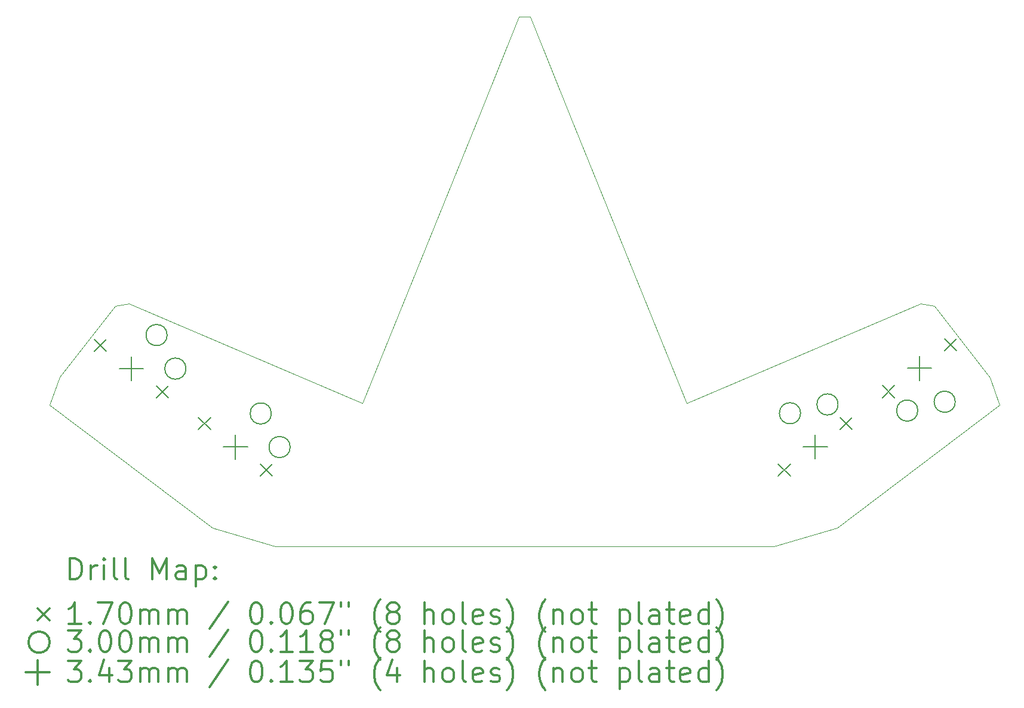
<source format=gbr>
%FSLAX45Y45*%
G04 Gerber Fmt 4.5, Leading zero omitted, Abs format (unit mm)*
G04 Created by KiCad (PCBNEW (5.1.4)-1) date 2024-04-24 20:57:03*
%MOMM*%
%LPD*%
G04 APERTURE LIST*
%ADD10C,0.050000*%
%ADD11C,0.200000*%
%ADD12C,0.300000*%
G04 APERTURE END LIST*
D10*
X17550877Y-658825D02*
X20865396Y760317D01*
X17550877Y-658825D02*
X15900876Y3421175D01*
X21849504Y-287313D02*
X21988295Y-684223D01*
X19682407Y-2424763D02*
X21988295Y-684223D01*
X8517683Y-682819D02*
X10823571Y-2423360D01*
X18780877Y-2688825D02*
X19682407Y-2424763D01*
X15900876Y3421175D02*
X15330876Y4831175D01*
X11710876Y-2688825D02*
X18780877Y-2688825D01*
X12950876Y-658825D02*
X9640583Y761721D01*
X12950876Y-658825D02*
X14600876Y3421175D01*
X11710876Y-2688825D02*
X10823571Y-2423360D01*
X14600876Y3421175D02*
X15170876Y4831175D01*
X15330876Y4831175D02*
X15170876Y4831175D01*
X21849504Y-287313D02*
X21064224Y722010D01*
X9640583Y761721D02*
X9441755Y723414D01*
X8656474Y-285910D02*
X8517683Y-682819D01*
X20865396Y760317D02*
X21064224Y722010D01*
X8656474Y-285910D02*
X9441755Y723414D01*
D11*
X11504886Y-1522032D02*
X11675066Y-1692212D01*
X11675066Y-1522032D02*
X11504886Y-1692212D01*
X20324639Y-405414D02*
X20494819Y-575594D01*
X20494819Y-405414D02*
X20324639Y-575594D01*
X21203138Y256582D02*
X21373318Y86402D01*
X21373318Y256582D02*
X21203138Y86402D01*
X18847164Y-1518772D02*
X19017344Y-1688952D01*
X19017344Y-1518772D02*
X18847164Y-1688952D01*
X19725663Y-856776D02*
X19895843Y-1026956D01*
X19895843Y-856776D02*
X19725663Y-1026956D01*
X9148911Y253322D02*
X9319091Y83142D01*
X9319091Y253322D02*
X9148911Y83142D01*
X10027410Y-408675D02*
X10197590Y-578855D01*
X10197590Y-408675D02*
X10027410Y-578855D01*
X10626387Y-860036D02*
X10796567Y-1030216D01*
X10796567Y-860036D02*
X10626387Y-1030216D01*
X20825342Y-759902D02*
G75*
G03X20825342Y-759902I-150000J0D01*
G01*
X21357059Y-634694D02*
G75*
G03X21357059Y-634694I-150000J0D01*
G01*
X19163423Y-797676D02*
G75*
G03X19163423Y-797676I-150000J0D01*
G01*
X19695140Y-672468D02*
G75*
G03X19695140Y-672468I-150000J0D01*
G01*
X10181331Y312422D02*
G75*
G03X10181331Y312422I-150000J0D01*
G01*
X10448249Y-164186D02*
G75*
G03X10448249Y-164186I-150000J0D01*
G01*
X11658806Y-800936D02*
G75*
G03X11658806Y-800936I-150000J0D01*
G01*
X11925725Y-1277543D02*
G75*
G03X11925725Y-1277543I-150000J0D01*
G01*
X20848979Y11944D02*
X20848979Y-330956D01*
X20677529Y-159506D02*
X21020429Y-159506D01*
X19371503Y-1101414D02*
X19371503Y-1444314D01*
X19200053Y-1272864D02*
X19542953Y-1272864D01*
X9673251Y8684D02*
X9673251Y-334216D01*
X9501801Y-162766D02*
X9844701Y-162766D01*
X11150726Y-1104674D02*
X11150726Y-1447574D01*
X10979276Y-1276124D02*
X11322176Y-1276124D01*
D12*
X8801612Y-3157039D02*
X8801612Y-2857039D01*
X8873040Y-2857039D01*
X8915897Y-2871325D01*
X8944469Y-2899896D01*
X8958754Y-2928468D01*
X8973040Y-2985611D01*
X8973040Y-3028468D01*
X8958754Y-3085611D01*
X8944469Y-3114182D01*
X8915897Y-3142753D01*
X8873040Y-3157039D01*
X8801612Y-3157039D01*
X9101612Y-3157039D02*
X9101612Y-2957039D01*
X9101612Y-3014182D02*
X9115897Y-2985611D01*
X9130183Y-2971325D01*
X9158754Y-2957039D01*
X9187326Y-2957039D01*
X9287326Y-3157039D02*
X9287326Y-2957039D01*
X9287326Y-2857039D02*
X9273040Y-2871325D01*
X9287326Y-2885611D01*
X9301612Y-2871325D01*
X9287326Y-2857039D01*
X9287326Y-2885611D01*
X9473040Y-3157039D02*
X9444469Y-3142753D01*
X9430183Y-3114182D01*
X9430183Y-2857039D01*
X9630183Y-3157039D02*
X9601612Y-3142753D01*
X9587326Y-3114182D01*
X9587326Y-2857039D01*
X9973040Y-3157039D02*
X9973040Y-2857039D01*
X10073040Y-3071325D01*
X10173040Y-2857039D01*
X10173040Y-3157039D01*
X10444469Y-3157039D02*
X10444469Y-2999896D01*
X10430183Y-2971325D01*
X10401612Y-2957039D01*
X10344469Y-2957039D01*
X10315897Y-2971325D01*
X10444469Y-3142753D02*
X10415897Y-3157039D01*
X10344469Y-3157039D01*
X10315897Y-3142753D01*
X10301612Y-3114182D01*
X10301612Y-3085611D01*
X10315897Y-3057039D01*
X10344469Y-3042753D01*
X10415897Y-3042753D01*
X10444469Y-3028468D01*
X10587326Y-2957039D02*
X10587326Y-3257039D01*
X10587326Y-2971325D02*
X10615897Y-2957039D01*
X10673040Y-2957039D01*
X10701612Y-2971325D01*
X10715897Y-2985611D01*
X10730183Y-3014182D01*
X10730183Y-3099896D01*
X10715897Y-3128468D01*
X10701612Y-3142753D01*
X10673040Y-3157039D01*
X10615897Y-3157039D01*
X10587326Y-3142753D01*
X10858754Y-3128468D02*
X10873040Y-3142753D01*
X10858754Y-3157039D01*
X10844469Y-3142753D01*
X10858754Y-3128468D01*
X10858754Y-3157039D01*
X10858754Y-2971325D02*
X10873040Y-2985611D01*
X10858754Y-2999896D01*
X10844469Y-2985611D01*
X10858754Y-2971325D01*
X10858754Y-2999896D01*
X8345003Y-3566235D02*
X8515183Y-3736415D01*
X8515183Y-3566235D02*
X8345003Y-3736415D01*
X8958754Y-3787039D02*
X8787326Y-3787039D01*
X8873040Y-3787039D02*
X8873040Y-3487039D01*
X8844469Y-3529896D01*
X8815897Y-3558468D01*
X8787326Y-3572753D01*
X9087326Y-3758468D02*
X9101612Y-3772753D01*
X9087326Y-3787039D01*
X9073040Y-3772753D01*
X9087326Y-3758468D01*
X9087326Y-3787039D01*
X9201612Y-3487039D02*
X9401612Y-3487039D01*
X9273040Y-3787039D01*
X9573040Y-3487039D02*
X9601612Y-3487039D01*
X9630183Y-3501325D01*
X9644469Y-3515611D01*
X9658754Y-3544182D01*
X9673040Y-3601325D01*
X9673040Y-3672753D01*
X9658754Y-3729896D01*
X9644469Y-3758468D01*
X9630183Y-3772753D01*
X9601612Y-3787039D01*
X9573040Y-3787039D01*
X9544469Y-3772753D01*
X9530183Y-3758468D01*
X9515897Y-3729896D01*
X9501612Y-3672753D01*
X9501612Y-3601325D01*
X9515897Y-3544182D01*
X9530183Y-3515611D01*
X9544469Y-3501325D01*
X9573040Y-3487039D01*
X9801612Y-3787039D02*
X9801612Y-3587039D01*
X9801612Y-3615611D02*
X9815897Y-3601325D01*
X9844469Y-3587039D01*
X9887326Y-3587039D01*
X9915897Y-3601325D01*
X9930183Y-3629896D01*
X9930183Y-3787039D01*
X9930183Y-3629896D02*
X9944469Y-3601325D01*
X9973040Y-3587039D01*
X10015897Y-3587039D01*
X10044469Y-3601325D01*
X10058754Y-3629896D01*
X10058754Y-3787039D01*
X10201612Y-3787039D02*
X10201612Y-3587039D01*
X10201612Y-3615611D02*
X10215897Y-3601325D01*
X10244469Y-3587039D01*
X10287326Y-3587039D01*
X10315897Y-3601325D01*
X10330183Y-3629896D01*
X10330183Y-3787039D01*
X10330183Y-3629896D02*
X10344469Y-3601325D01*
X10373040Y-3587039D01*
X10415897Y-3587039D01*
X10444469Y-3601325D01*
X10458754Y-3629896D01*
X10458754Y-3787039D01*
X11044469Y-3472753D02*
X10787326Y-3858468D01*
X11430183Y-3487039D02*
X11458754Y-3487039D01*
X11487326Y-3501325D01*
X11501611Y-3515611D01*
X11515897Y-3544182D01*
X11530183Y-3601325D01*
X11530183Y-3672753D01*
X11515897Y-3729896D01*
X11501611Y-3758468D01*
X11487326Y-3772753D01*
X11458754Y-3787039D01*
X11430183Y-3787039D01*
X11401611Y-3772753D01*
X11387326Y-3758468D01*
X11373040Y-3729896D01*
X11358754Y-3672753D01*
X11358754Y-3601325D01*
X11373040Y-3544182D01*
X11387326Y-3515611D01*
X11401611Y-3501325D01*
X11430183Y-3487039D01*
X11658754Y-3758468D02*
X11673040Y-3772753D01*
X11658754Y-3787039D01*
X11644469Y-3772753D01*
X11658754Y-3758468D01*
X11658754Y-3787039D01*
X11858754Y-3487039D02*
X11887326Y-3487039D01*
X11915897Y-3501325D01*
X11930183Y-3515611D01*
X11944469Y-3544182D01*
X11958754Y-3601325D01*
X11958754Y-3672753D01*
X11944469Y-3729896D01*
X11930183Y-3758468D01*
X11915897Y-3772753D01*
X11887326Y-3787039D01*
X11858754Y-3787039D01*
X11830183Y-3772753D01*
X11815897Y-3758468D01*
X11801611Y-3729896D01*
X11787326Y-3672753D01*
X11787326Y-3601325D01*
X11801611Y-3544182D01*
X11815897Y-3515611D01*
X11830183Y-3501325D01*
X11858754Y-3487039D01*
X12215897Y-3487039D02*
X12158754Y-3487039D01*
X12130183Y-3501325D01*
X12115897Y-3515611D01*
X12087326Y-3558468D01*
X12073040Y-3615611D01*
X12073040Y-3729896D01*
X12087326Y-3758468D01*
X12101611Y-3772753D01*
X12130183Y-3787039D01*
X12187326Y-3787039D01*
X12215897Y-3772753D01*
X12230183Y-3758468D01*
X12244469Y-3729896D01*
X12244469Y-3658468D01*
X12230183Y-3629896D01*
X12215897Y-3615611D01*
X12187326Y-3601325D01*
X12130183Y-3601325D01*
X12101611Y-3615611D01*
X12087326Y-3629896D01*
X12073040Y-3658468D01*
X12344469Y-3487039D02*
X12544469Y-3487039D01*
X12415897Y-3787039D01*
X12644469Y-3487039D02*
X12644469Y-3544182D01*
X12758754Y-3487039D02*
X12758754Y-3544182D01*
X13201611Y-3901325D02*
X13187326Y-3887039D01*
X13158754Y-3844182D01*
X13144469Y-3815611D01*
X13130183Y-3772753D01*
X13115897Y-3701325D01*
X13115897Y-3644182D01*
X13130183Y-3572753D01*
X13144469Y-3529896D01*
X13158754Y-3501325D01*
X13187326Y-3458468D01*
X13201611Y-3444182D01*
X13358754Y-3615611D02*
X13330183Y-3601325D01*
X13315897Y-3587039D01*
X13301611Y-3558468D01*
X13301611Y-3544182D01*
X13315897Y-3515611D01*
X13330183Y-3501325D01*
X13358754Y-3487039D01*
X13415897Y-3487039D01*
X13444469Y-3501325D01*
X13458754Y-3515611D01*
X13473040Y-3544182D01*
X13473040Y-3558468D01*
X13458754Y-3587039D01*
X13444469Y-3601325D01*
X13415897Y-3615611D01*
X13358754Y-3615611D01*
X13330183Y-3629896D01*
X13315897Y-3644182D01*
X13301611Y-3672753D01*
X13301611Y-3729896D01*
X13315897Y-3758468D01*
X13330183Y-3772753D01*
X13358754Y-3787039D01*
X13415897Y-3787039D01*
X13444469Y-3772753D01*
X13458754Y-3758468D01*
X13473040Y-3729896D01*
X13473040Y-3672753D01*
X13458754Y-3644182D01*
X13444469Y-3629896D01*
X13415897Y-3615611D01*
X13830183Y-3787039D02*
X13830183Y-3487039D01*
X13958754Y-3787039D02*
X13958754Y-3629896D01*
X13944469Y-3601325D01*
X13915897Y-3587039D01*
X13873040Y-3587039D01*
X13844469Y-3601325D01*
X13830183Y-3615611D01*
X14144469Y-3787039D02*
X14115897Y-3772753D01*
X14101611Y-3758468D01*
X14087326Y-3729896D01*
X14087326Y-3644182D01*
X14101611Y-3615611D01*
X14115897Y-3601325D01*
X14144469Y-3587039D01*
X14187326Y-3587039D01*
X14215897Y-3601325D01*
X14230183Y-3615611D01*
X14244469Y-3644182D01*
X14244469Y-3729896D01*
X14230183Y-3758468D01*
X14215897Y-3772753D01*
X14187326Y-3787039D01*
X14144469Y-3787039D01*
X14415897Y-3787039D02*
X14387326Y-3772753D01*
X14373040Y-3744182D01*
X14373040Y-3487039D01*
X14644469Y-3772753D02*
X14615897Y-3787039D01*
X14558754Y-3787039D01*
X14530183Y-3772753D01*
X14515897Y-3744182D01*
X14515897Y-3629896D01*
X14530183Y-3601325D01*
X14558754Y-3587039D01*
X14615897Y-3587039D01*
X14644469Y-3601325D01*
X14658754Y-3629896D01*
X14658754Y-3658468D01*
X14515897Y-3687039D01*
X14773040Y-3772753D02*
X14801611Y-3787039D01*
X14858754Y-3787039D01*
X14887326Y-3772753D01*
X14901611Y-3744182D01*
X14901611Y-3729896D01*
X14887326Y-3701325D01*
X14858754Y-3687039D01*
X14815897Y-3687039D01*
X14787326Y-3672753D01*
X14773040Y-3644182D01*
X14773040Y-3629896D01*
X14787326Y-3601325D01*
X14815897Y-3587039D01*
X14858754Y-3587039D01*
X14887326Y-3601325D01*
X15001611Y-3901325D02*
X15015897Y-3887039D01*
X15044469Y-3844182D01*
X15058754Y-3815611D01*
X15073040Y-3772753D01*
X15087326Y-3701325D01*
X15087326Y-3644182D01*
X15073040Y-3572753D01*
X15058754Y-3529896D01*
X15044469Y-3501325D01*
X15015897Y-3458468D01*
X15001611Y-3444182D01*
X15544469Y-3901325D02*
X15530183Y-3887039D01*
X15501611Y-3844182D01*
X15487326Y-3815611D01*
X15473040Y-3772753D01*
X15458754Y-3701325D01*
X15458754Y-3644182D01*
X15473040Y-3572753D01*
X15487326Y-3529896D01*
X15501611Y-3501325D01*
X15530183Y-3458468D01*
X15544469Y-3444182D01*
X15658754Y-3587039D02*
X15658754Y-3787039D01*
X15658754Y-3615611D02*
X15673040Y-3601325D01*
X15701611Y-3587039D01*
X15744469Y-3587039D01*
X15773040Y-3601325D01*
X15787326Y-3629896D01*
X15787326Y-3787039D01*
X15973040Y-3787039D02*
X15944469Y-3772753D01*
X15930183Y-3758468D01*
X15915897Y-3729896D01*
X15915897Y-3644182D01*
X15930183Y-3615611D01*
X15944469Y-3601325D01*
X15973040Y-3587039D01*
X16015897Y-3587039D01*
X16044469Y-3601325D01*
X16058754Y-3615611D01*
X16073040Y-3644182D01*
X16073040Y-3729896D01*
X16058754Y-3758468D01*
X16044469Y-3772753D01*
X16015897Y-3787039D01*
X15973040Y-3787039D01*
X16158754Y-3587039D02*
X16273040Y-3587039D01*
X16201611Y-3487039D02*
X16201611Y-3744182D01*
X16215897Y-3772753D01*
X16244469Y-3787039D01*
X16273040Y-3787039D01*
X16601611Y-3587039D02*
X16601611Y-3887039D01*
X16601611Y-3601325D02*
X16630183Y-3587039D01*
X16687326Y-3587039D01*
X16715897Y-3601325D01*
X16730183Y-3615611D01*
X16744469Y-3644182D01*
X16744469Y-3729896D01*
X16730183Y-3758468D01*
X16715897Y-3772753D01*
X16687326Y-3787039D01*
X16630183Y-3787039D01*
X16601611Y-3772753D01*
X16915897Y-3787039D02*
X16887326Y-3772753D01*
X16873040Y-3744182D01*
X16873040Y-3487039D01*
X17158754Y-3787039D02*
X17158754Y-3629896D01*
X17144469Y-3601325D01*
X17115897Y-3587039D01*
X17058754Y-3587039D01*
X17030183Y-3601325D01*
X17158754Y-3772753D02*
X17130183Y-3787039D01*
X17058754Y-3787039D01*
X17030183Y-3772753D01*
X17015897Y-3744182D01*
X17015897Y-3715611D01*
X17030183Y-3687039D01*
X17058754Y-3672753D01*
X17130183Y-3672753D01*
X17158754Y-3658468D01*
X17258754Y-3587039D02*
X17373040Y-3587039D01*
X17301612Y-3487039D02*
X17301612Y-3744182D01*
X17315897Y-3772753D01*
X17344469Y-3787039D01*
X17373040Y-3787039D01*
X17587326Y-3772753D02*
X17558754Y-3787039D01*
X17501612Y-3787039D01*
X17473040Y-3772753D01*
X17458754Y-3744182D01*
X17458754Y-3629896D01*
X17473040Y-3601325D01*
X17501612Y-3587039D01*
X17558754Y-3587039D01*
X17587326Y-3601325D01*
X17601612Y-3629896D01*
X17601612Y-3658468D01*
X17458754Y-3687039D01*
X17858754Y-3787039D02*
X17858754Y-3487039D01*
X17858754Y-3772753D02*
X17830183Y-3787039D01*
X17773040Y-3787039D01*
X17744469Y-3772753D01*
X17730183Y-3758468D01*
X17715897Y-3729896D01*
X17715897Y-3644182D01*
X17730183Y-3615611D01*
X17744469Y-3601325D01*
X17773040Y-3587039D01*
X17830183Y-3587039D01*
X17858754Y-3601325D01*
X17973040Y-3901325D02*
X17987326Y-3887039D01*
X18015897Y-3844182D01*
X18030183Y-3815611D01*
X18044469Y-3772753D01*
X18058754Y-3701325D01*
X18058754Y-3644182D01*
X18044469Y-3572753D01*
X18030183Y-3529896D01*
X18015897Y-3501325D01*
X17987326Y-3458468D01*
X17973040Y-3444182D01*
X8515183Y-4047325D02*
G75*
G03X8515183Y-4047325I-150000J0D01*
G01*
X8773040Y-3883039D02*
X8958754Y-3883039D01*
X8858754Y-3997325D01*
X8901612Y-3997325D01*
X8930183Y-4011611D01*
X8944469Y-4025896D01*
X8958754Y-4054468D01*
X8958754Y-4125896D01*
X8944469Y-4154468D01*
X8930183Y-4168753D01*
X8901612Y-4183039D01*
X8815897Y-4183039D01*
X8787326Y-4168753D01*
X8773040Y-4154468D01*
X9087326Y-4154468D02*
X9101612Y-4168753D01*
X9087326Y-4183039D01*
X9073040Y-4168753D01*
X9087326Y-4154468D01*
X9087326Y-4183039D01*
X9287326Y-3883039D02*
X9315897Y-3883039D01*
X9344469Y-3897325D01*
X9358754Y-3911611D01*
X9373040Y-3940182D01*
X9387326Y-3997325D01*
X9387326Y-4068753D01*
X9373040Y-4125896D01*
X9358754Y-4154468D01*
X9344469Y-4168753D01*
X9315897Y-4183039D01*
X9287326Y-4183039D01*
X9258754Y-4168753D01*
X9244469Y-4154468D01*
X9230183Y-4125896D01*
X9215897Y-4068753D01*
X9215897Y-3997325D01*
X9230183Y-3940182D01*
X9244469Y-3911611D01*
X9258754Y-3897325D01*
X9287326Y-3883039D01*
X9573040Y-3883039D02*
X9601612Y-3883039D01*
X9630183Y-3897325D01*
X9644469Y-3911611D01*
X9658754Y-3940182D01*
X9673040Y-3997325D01*
X9673040Y-4068753D01*
X9658754Y-4125896D01*
X9644469Y-4154468D01*
X9630183Y-4168753D01*
X9601612Y-4183039D01*
X9573040Y-4183039D01*
X9544469Y-4168753D01*
X9530183Y-4154468D01*
X9515897Y-4125896D01*
X9501612Y-4068753D01*
X9501612Y-3997325D01*
X9515897Y-3940182D01*
X9530183Y-3911611D01*
X9544469Y-3897325D01*
X9573040Y-3883039D01*
X9801612Y-4183039D02*
X9801612Y-3983039D01*
X9801612Y-4011611D02*
X9815897Y-3997325D01*
X9844469Y-3983039D01*
X9887326Y-3983039D01*
X9915897Y-3997325D01*
X9930183Y-4025896D01*
X9930183Y-4183039D01*
X9930183Y-4025896D02*
X9944469Y-3997325D01*
X9973040Y-3983039D01*
X10015897Y-3983039D01*
X10044469Y-3997325D01*
X10058754Y-4025896D01*
X10058754Y-4183039D01*
X10201612Y-4183039D02*
X10201612Y-3983039D01*
X10201612Y-4011611D02*
X10215897Y-3997325D01*
X10244469Y-3983039D01*
X10287326Y-3983039D01*
X10315897Y-3997325D01*
X10330183Y-4025896D01*
X10330183Y-4183039D01*
X10330183Y-4025896D02*
X10344469Y-3997325D01*
X10373040Y-3983039D01*
X10415897Y-3983039D01*
X10444469Y-3997325D01*
X10458754Y-4025896D01*
X10458754Y-4183039D01*
X11044469Y-3868753D02*
X10787326Y-4254468D01*
X11430183Y-3883039D02*
X11458754Y-3883039D01*
X11487326Y-3897325D01*
X11501611Y-3911611D01*
X11515897Y-3940182D01*
X11530183Y-3997325D01*
X11530183Y-4068753D01*
X11515897Y-4125896D01*
X11501611Y-4154468D01*
X11487326Y-4168753D01*
X11458754Y-4183039D01*
X11430183Y-4183039D01*
X11401611Y-4168753D01*
X11387326Y-4154468D01*
X11373040Y-4125896D01*
X11358754Y-4068753D01*
X11358754Y-3997325D01*
X11373040Y-3940182D01*
X11387326Y-3911611D01*
X11401611Y-3897325D01*
X11430183Y-3883039D01*
X11658754Y-4154468D02*
X11673040Y-4168753D01*
X11658754Y-4183039D01*
X11644469Y-4168753D01*
X11658754Y-4154468D01*
X11658754Y-4183039D01*
X11958754Y-4183039D02*
X11787326Y-4183039D01*
X11873040Y-4183039D02*
X11873040Y-3883039D01*
X11844469Y-3925896D01*
X11815897Y-3954468D01*
X11787326Y-3968753D01*
X12244469Y-4183039D02*
X12073040Y-4183039D01*
X12158754Y-4183039D02*
X12158754Y-3883039D01*
X12130183Y-3925896D01*
X12101611Y-3954468D01*
X12073040Y-3968753D01*
X12415897Y-4011611D02*
X12387326Y-3997325D01*
X12373040Y-3983039D01*
X12358754Y-3954468D01*
X12358754Y-3940182D01*
X12373040Y-3911611D01*
X12387326Y-3897325D01*
X12415897Y-3883039D01*
X12473040Y-3883039D01*
X12501611Y-3897325D01*
X12515897Y-3911611D01*
X12530183Y-3940182D01*
X12530183Y-3954468D01*
X12515897Y-3983039D01*
X12501611Y-3997325D01*
X12473040Y-4011611D01*
X12415897Y-4011611D01*
X12387326Y-4025896D01*
X12373040Y-4040182D01*
X12358754Y-4068753D01*
X12358754Y-4125896D01*
X12373040Y-4154468D01*
X12387326Y-4168753D01*
X12415897Y-4183039D01*
X12473040Y-4183039D01*
X12501611Y-4168753D01*
X12515897Y-4154468D01*
X12530183Y-4125896D01*
X12530183Y-4068753D01*
X12515897Y-4040182D01*
X12501611Y-4025896D01*
X12473040Y-4011611D01*
X12644469Y-3883039D02*
X12644469Y-3940182D01*
X12758754Y-3883039D02*
X12758754Y-3940182D01*
X13201611Y-4297325D02*
X13187326Y-4283039D01*
X13158754Y-4240182D01*
X13144469Y-4211611D01*
X13130183Y-4168753D01*
X13115897Y-4097325D01*
X13115897Y-4040182D01*
X13130183Y-3968753D01*
X13144469Y-3925896D01*
X13158754Y-3897325D01*
X13187326Y-3854468D01*
X13201611Y-3840182D01*
X13358754Y-4011611D02*
X13330183Y-3997325D01*
X13315897Y-3983039D01*
X13301611Y-3954468D01*
X13301611Y-3940182D01*
X13315897Y-3911611D01*
X13330183Y-3897325D01*
X13358754Y-3883039D01*
X13415897Y-3883039D01*
X13444469Y-3897325D01*
X13458754Y-3911611D01*
X13473040Y-3940182D01*
X13473040Y-3954468D01*
X13458754Y-3983039D01*
X13444469Y-3997325D01*
X13415897Y-4011611D01*
X13358754Y-4011611D01*
X13330183Y-4025896D01*
X13315897Y-4040182D01*
X13301611Y-4068753D01*
X13301611Y-4125896D01*
X13315897Y-4154468D01*
X13330183Y-4168753D01*
X13358754Y-4183039D01*
X13415897Y-4183039D01*
X13444469Y-4168753D01*
X13458754Y-4154468D01*
X13473040Y-4125896D01*
X13473040Y-4068753D01*
X13458754Y-4040182D01*
X13444469Y-4025896D01*
X13415897Y-4011611D01*
X13830183Y-4183039D02*
X13830183Y-3883039D01*
X13958754Y-4183039D02*
X13958754Y-4025896D01*
X13944469Y-3997325D01*
X13915897Y-3983039D01*
X13873040Y-3983039D01*
X13844469Y-3997325D01*
X13830183Y-4011611D01*
X14144469Y-4183039D02*
X14115897Y-4168753D01*
X14101611Y-4154468D01*
X14087326Y-4125896D01*
X14087326Y-4040182D01*
X14101611Y-4011611D01*
X14115897Y-3997325D01*
X14144469Y-3983039D01*
X14187326Y-3983039D01*
X14215897Y-3997325D01*
X14230183Y-4011611D01*
X14244469Y-4040182D01*
X14244469Y-4125896D01*
X14230183Y-4154468D01*
X14215897Y-4168753D01*
X14187326Y-4183039D01*
X14144469Y-4183039D01*
X14415897Y-4183039D02*
X14387326Y-4168753D01*
X14373040Y-4140182D01*
X14373040Y-3883039D01*
X14644469Y-4168753D02*
X14615897Y-4183039D01*
X14558754Y-4183039D01*
X14530183Y-4168753D01*
X14515897Y-4140182D01*
X14515897Y-4025896D01*
X14530183Y-3997325D01*
X14558754Y-3983039D01*
X14615897Y-3983039D01*
X14644469Y-3997325D01*
X14658754Y-4025896D01*
X14658754Y-4054468D01*
X14515897Y-4083039D01*
X14773040Y-4168753D02*
X14801611Y-4183039D01*
X14858754Y-4183039D01*
X14887326Y-4168753D01*
X14901611Y-4140182D01*
X14901611Y-4125896D01*
X14887326Y-4097325D01*
X14858754Y-4083039D01*
X14815897Y-4083039D01*
X14787326Y-4068753D01*
X14773040Y-4040182D01*
X14773040Y-4025896D01*
X14787326Y-3997325D01*
X14815897Y-3983039D01*
X14858754Y-3983039D01*
X14887326Y-3997325D01*
X15001611Y-4297325D02*
X15015897Y-4283039D01*
X15044469Y-4240182D01*
X15058754Y-4211611D01*
X15073040Y-4168753D01*
X15087326Y-4097325D01*
X15087326Y-4040182D01*
X15073040Y-3968753D01*
X15058754Y-3925896D01*
X15044469Y-3897325D01*
X15015897Y-3854468D01*
X15001611Y-3840182D01*
X15544469Y-4297325D02*
X15530183Y-4283039D01*
X15501611Y-4240182D01*
X15487326Y-4211611D01*
X15473040Y-4168753D01*
X15458754Y-4097325D01*
X15458754Y-4040182D01*
X15473040Y-3968753D01*
X15487326Y-3925896D01*
X15501611Y-3897325D01*
X15530183Y-3854468D01*
X15544469Y-3840182D01*
X15658754Y-3983039D02*
X15658754Y-4183039D01*
X15658754Y-4011611D02*
X15673040Y-3997325D01*
X15701611Y-3983039D01*
X15744469Y-3983039D01*
X15773040Y-3997325D01*
X15787326Y-4025896D01*
X15787326Y-4183039D01*
X15973040Y-4183039D02*
X15944469Y-4168753D01*
X15930183Y-4154468D01*
X15915897Y-4125896D01*
X15915897Y-4040182D01*
X15930183Y-4011611D01*
X15944469Y-3997325D01*
X15973040Y-3983039D01*
X16015897Y-3983039D01*
X16044469Y-3997325D01*
X16058754Y-4011611D01*
X16073040Y-4040182D01*
X16073040Y-4125896D01*
X16058754Y-4154468D01*
X16044469Y-4168753D01*
X16015897Y-4183039D01*
X15973040Y-4183039D01*
X16158754Y-3983039D02*
X16273040Y-3983039D01*
X16201611Y-3883039D02*
X16201611Y-4140182D01*
X16215897Y-4168753D01*
X16244469Y-4183039D01*
X16273040Y-4183039D01*
X16601611Y-3983039D02*
X16601611Y-4283039D01*
X16601611Y-3997325D02*
X16630183Y-3983039D01*
X16687326Y-3983039D01*
X16715897Y-3997325D01*
X16730183Y-4011611D01*
X16744469Y-4040182D01*
X16744469Y-4125896D01*
X16730183Y-4154468D01*
X16715897Y-4168753D01*
X16687326Y-4183039D01*
X16630183Y-4183039D01*
X16601611Y-4168753D01*
X16915897Y-4183039D02*
X16887326Y-4168753D01*
X16873040Y-4140182D01*
X16873040Y-3883039D01*
X17158754Y-4183039D02*
X17158754Y-4025896D01*
X17144469Y-3997325D01*
X17115897Y-3983039D01*
X17058754Y-3983039D01*
X17030183Y-3997325D01*
X17158754Y-4168753D02*
X17130183Y-4183039D01*
X17058754Y-4183039D01*
X17030183Y-4168753D01*
X17015897Y-4140182D01*
X17015897Y-4111611D01*
X17030183Y-4083039D01*
X17058754Y-4068753D01*
X17130183Y-4068753D01*
X17158754Y-4054468D01*
X17258754Y-3983039D02*
X17373040Y-3983039D01*
X17301612Y-3883039D02*
X17301612Y-4140182D01*
X17315897Y-4168753D01*
X17344469Y-4183039D01*
X17373040Y-4183039D01*
X17587326Y-4168753D02*
X17558754Y-4183039D01*
X17501612Y-4183039D01*
X17473040Y-4168753D01*
X17458754Y-4140182D01*
X17458754Y-4025896D01*
X17473040Y-3997325D01*
X17501612Y-3983039D01*
X17558754Y-3983039D01*
X17587326Y-3997325D01*
X17601612Y-4025896D01*
X17601612Y-4054468D01*
X17458754Y-4083039D01*
X17858754Y-4183039D02*
X17858754Y-3883039D01*
X17858754Y-4168753D02*
X17830183Y-4183039D01*
X17773040Y-4183039D01*
X17744469Y-4168753D01*
X17730183Y-4154468D01*
X17715897Y-4125896D01*
X17715897Y-4040182D01*
X17730183Y-4011611D01*
X17744469Y-3997325D01*
X17773040Y-3983039D01*
X17830183Y-3983039D01*
X17858754Y-3997325D01*
X17973040Y-4297325D02*
X17987326Y-4283039D01*
X18015897Y-4240182D01*
X18030183Y-4211611D01*
X18044469Y-4168753D01*
X18058754Y-4097325D01*
X18058754Y-4040182D01*
X18044469Y-3968753D01*
X18030183Y-3925896D01*
X18015897Y-3897325D01*
X17987326Y-3854468D01*
X17973040Y-3840182D01*
X8343733Y-4305875D02*
X8343733Y-4648775D01*
X8172283Y-4477325D02*
X8515183Y-4477325D01*
X8773040Y-4313039D02*
X8958754Y-4313039D01*
X8858754Y-4427325D01*
X8901612Y-4427325D01*
X8930183Y-4441611D01*
X8944469Y-4455896D01*
X8958754Y-4484468D01*
X8958754Y-4555896D01*
X8944469Y-4584468D01*
X8930183Y-4598754D01*
X8901612Y-4613039D01*
X8815897Y-4613039D01*
X8787326Y-4598754D01*
X8773040Y-4584468D01*
X9087326Y-4584468D02*
X9101612Y-4598754D01*
X9087326Y-4613039D01*
X9073040Y-4598754D01*
X9087326Y-4584468D01*
X9087326Y-4613039D01*
X9358754Y-4413039D02*
X9358754Y-4613039D01*
X9287326Y-4298754D02*
X9215897Y-4513039D01*
X9401612Y-4513039D01*
X9487326Y-4313039D02*
X9673040Y-4313039D01*
X9573040Y-4427325D01*
X9615897Y-4427325D01*
X9644469Y-4441611D01*
X9658754Y-4455896D01*
X9673040Y-4484468D01*
X9673040Y-4555896D01*
X9658754Y-4584468D01*
X9644469Y-4598754D01*
X9615897Y-4613039D01*
X9530183Y-4613039D01*
X9501612Y-4598754D01*
X9487326Y-4584468D01*
X9801612Y-4613039D02*
X9801612Y-4413039D01*
X9801612Y-4441611D02*
X9815897Y-4427325D01*
X9844469Y-4413039D01*
X9887326Y-4413039D01*
X9915897Y-4427325D01*
X9930183Y-4455896D01*
X9930183Y-4613039D01*
X9930183Y-4455896D02*
X9944469Y-4427325D01*
X9973040Y-4413039D01*
X10015897Y-4413039D01*
X10044469Y-4427325D01*
X10058754Y-4455896D01*
X10058754Y-4613039D01*
X10201612Y-4613039D02*
X10201612Y-4413039D01*
X10201612Y-4441611D02*
X10215897Y-4427325D01*
X10244469Y-4413039D01*
X10287326Y-4413039D01*
X10315897Y-4427325D01*
X10330183Y-4455896D01*
X10330183Y-4613039D01*
X10330183Y-4455896D02*
X10344469Y-4427325D01*
X10373040Y-4413039D01*
X10415897Y-4413039D01*
X10444469Y-4427325D01*
X10458754Y-4455896D01*
X10458754Y-4613039D01*
X11044469Y-4298754D02*
X10787326Y-4684468D01*
X11430183Y-4313039D02*
X11458754Y-4313039D01*
X11487326Y-4327325D01*
X11501611Y-4341611D01*
X11515897Y-4370182D01*
X11530183Y-4427325D01*
X11530183Y-4498754D01*
X11515897Y-4555896D01*
X11501611Y-4584468D01*
X11487326Y-4598754D01*
X11458754Y-4613039D01*
X11430183Y-4613039D01*
X11401611Y-4598754D01*
X11387326Y-4584468D01*
X11373040Y-4555896D01*
X11358754Y-4498754D01*
X11358754Y-4427325D01*
X11373040Y-4370182D01*
X11387326Y-4341611D01*
X11401611Y-4327325D01*
X11430183Y-4313039D01*
X11658754Y-4584468D02*
X11673040Y-4598754D01*
X11658754Y-4613039D01*
X11644469Y-4598754D01*
X11658754Y-4584468D01*
X11658754Y-4613039D01*
X11958754Y-4613039D02*
X11787326Y-4613039D01*
X11873040Y-4613039D02*
X11873040Y-4313039D01*
X11844469Y-4355896D01*
X11815897Y-4384468D01*
X11787326Y-4398754D01*
X12058754Y-4313039D02*
X12244469Y-4313039D01*
X12144469Y-4427325D01*
X12187326Y-4427325D01*
X12215897Y-4441611D01*
X12230183Y-4455896D01*
X12244469Y-4484468D01*
X12244469Y-4555896D01*
X12230183Y-4584468D01*
X12215897Y-4598754D01*
X12187326Y-4613039D01*
X12101611Y-4613039D01*
X12073040Y-4598754D01*
X12058754Y-4584468D01*
X12515897Y-4313039D02*
X12373040Y-4313039D01*
X12358754Y-4455896D01*
X12373040Y-4441611D01*
X12401611Y-4427325D01*
X12473040Y-4427325D01*
X12501611Y-4441611D01*
X12515897Y-4455896D01*
X12530183Y-4484468D01*
X12530183Y-4555896D01*
X12515897Y-4584468D01*
X12501611Y-4598754D01*
X12473040Y-4613039D01*
X12401611Y-4613039D01*
X12373040Y-4598754D01*
X12358754Y-4584468D01*
X12644469Y-4313039D02*
X12644469Y-4370182D01*
X12758754Y-4313039D02*
X12758754Y-4370182D01*
X13201611Y-4727325D02*
X13187326Y-4713039D01*
X13158754Y-4670182D01*
X13144469Y-4641611D01*
X13130183Y-4598754D01*
X13115897Y-4527325D01*
X13115897Y-4470182D01*
X13130183Y-4398754D01*
X13144469Y-4355896D01*
X13158754Y-4327325D01*
X13187326Y-4284468D01*
X13201611Y-4270182D01*
X13444469Y-4413039D02*
X13444469Y-4613039D01*
X13373040Y-4298754D02*
X13301611Y-4513039D01*
X13487326Y-4513039D01*
X13830183Y-4613039D02*
X13830183Y-4313039D01*
X13958754Y-4613039D02*
X13958754Y-4455896D01*
X13944469Y-4427325D01*
X13915897Y-4413039D01*
X13873040Y-4413039D01*
X13844469Y-4427325D01*
X13830183Y-4441611D01*
X14144469Y-4613039D02*
X14115897Y-4598754D01*
X14101611Y-4584468D01*
X14087326Y-4555896D01*
X14087326Y-4470182D01*
X14101611Y-4441611D01*
X14115897Y-4427325D01*
X14144469Y-4413039D01*
X14187326Y-4413039D01*
X14215897Y-4427325D01*
X14230183Y-4441611D01*
X14244469Y-4470182D01*
X14244469Y-4555896D01*
X14230183Y-4584468D01*
X14215897Y-4598754D01*
X14187326Y-4613039D01*
X14144469Y-4613039D01*
X14415897Y-4613039D02*
X14387326Y-4598754D01*
X14373040Y-4570182D01*
X14373040Y-4313039D01*
X14644469Y-4598754D02*
X14615897Y-4613039D01*
X14558754Y-4613039D01*
X14530183Y-4598754D01*
X14515897Y-4570182D01*
X14515897Y-4455896D01*
X14530183Y-4427325D01*
X14558754Y-4413039D01*
X14615897Y-4413039D01*
X14644469Y-4427325D01*
X14658754Y-4455896D01*
X14658754Y-4484468D01*
X14515897Y-4513039D01*
X14773040Y-4598754D02*
X14801611Y-4613039D01*
X14858754Y-4613039D01*
X14887326Y-4598754D01*
X14901611Y-4570182D01*
X14901611Y-4555896D01*
X14887326Y-4527325D01*
X14858754Y-4513039D01*
X14815897Y-4513039D01*
X14787326Y-4498754D01*
X14773040Y-4470182D01*
X14773040Y-4455896D01*
X14787326Y-4427325D01*
X14815897Y-4413039D01*
X14858754Y-4413039D01*
X14887326Y-4427325D01*
X15001611Y-4727325D02*
X15015897Y-4713039D01*
X15044469Y-4670182D01*
X15058754Y-4641611D01*
X15073040Y-4598754D01*
X15087326Y-4527325D01*
X15087326Y-4470182D01*
X15073040Y-4398754D01*
X15058754Y-4355896D01*
X15044469Y-4327325D01*
X15015897Y-4284468D01*
X15001611Y-4270182D01*
X15544469Y-4727325D02*
X15530183Y-4713039D01*
X15501611Y-4670182D01*
X15487326Y-4641611D01*
X15473040Y-4598754D01*
X15458754Y-4527325D01*
X15458754Y-4470182D01*
X15473040Y-4398754D01*
X15487326Y-4355896D01*
X15501611Y-4327325D01*
X15530183Y-4284468D01*
X15544469Y-4270182D01*
X15658754Y-4413039D02*
X15658754Y-4613039D01*
X15658754Y-4441611D02*
X15673040Y-4427325D01*
X15701611Y-4413039D01*
X15744469Y-4413039D01*
X15773040Y-4427325D01*
X15787326Y-4455896D01*
X15787326Y-4613039D01*
X15973040Y-4613039D02*
X15944469Y-4598754D01*
X15930183Y-4584468D01*
X15915897Y-4555896D01*
X15915897Y-4470182D01*
X15930183Y-4441611D01*
X15944469Y-4427325D01*
X15973040Y-4413039D01*
X16015897Y-4413039D01*
X16044469Y-4427325D01*
X16058754Y-4441611D01*
X16073040Y-4470182D01*
X16073040Y-4555896D01*
X16058754Y-4584468D01*
X16044469Y-4598754D01*
X16015897Y-4613039D01*
X15973040Y-4613039D01*
X16158754Y-4413039D02*
X16273040Y-4413039D01*
X16201611Y-4313039D02*
X16201611Y-4570182D01*
X16215897Y-4598754D01*
X16244469Y-4613039D01*
X16273040Y-4613039D01*
X16601611Y-4413039D02*
X16601611Y-4713039D01*
X16601611Y-4427325D02*
X16630183Y-4413039D01*
X16687326Y-4413039D01*
X16715897Y-4427325D01*
X16730183Y-4441611D01*
X16744469Y-4470182D01*
X16744469Y-4555896D01*
X16730183Y-4584468D01*
X16715897Y-4598754D01*
X16687326Y-4613039D01*
X16630183Y-4613039D01*
X16601611Y-4598754D01*
X16915897Y-4613039D02*
X16887326Y-4598754D01*
X16873040Y-4570182D01*
X16873040Y-4313039D01*
X17158754Y-4613039D02*
X17158754Y-4455896D01*
X17144469Y-4427325D01*
X17115897Y-4413039D01*
X17058754Y-4413039D01*
X17030183Y-4427325D01*
X17158754Y-4598754D02*
X17130183Y-4613039D01*
X17058754Y-4613039D01*
X17030183Y-4598754D01*
X17015897Y-4570182D01*
X17015897Y-4541611D01*
X17030183Y-4513039D01*
X17058754Y-4498754D01*
X17130183Y-4498754D01*
X17158754Y-4484468D01*
X17258754Y-4413039D02*
X17373040Y-4413039D01*
X17301612Y-4313039D02*
X17301612Y-4570182D01*
X17315897Y-4598754D01*
X17344469Y-4613039D01*
X17373040Y-4613039D01*
X17587326Y-4598754D02*
X17558754Y-4613039D01*
X17501612Y-4613039D01*
X17473040Y-4598754D01*
X17458754Y-4570182D01*
X17458754Y-4455896D01*
X17473040Y-4427325D01*
X17501612Y-4413039D01*
X17558754Y-4413039D01*
X17587326Y-4427325D01*
X17601612Y-4455896D01*
X17601612Y-4484468D01*
X17458754Y-4513039D01*
X17858754Y-4613039D02*
X17858754Y-4313039D01*
X17858754Y-4598754D02*
X17830183Y-4613039D01*
X17773040Y-4613039D01*
X17744469Y-4598754D01*
X17730183Y-4584468D01*
X17715897Y-4555896D01*
X17715897Y-4470182D01*
X17730183Y-4441611D01*
X17744469Y-4427325D01*
X17773040Y-4413039D01*
X17830183Y-4413039D01*
X17858754Y-4427325D01*
X17973040Y-4727325D02*
X17987326Y-4713039D01*
X18015897Y-4670182D01*
X18030183Y-4641611D01*
X18044469Y-4598754D01*
X18058754Y-4527325D01*
X18058754Y-4470182D01*
X18044469Y-4398754D01*
X18030183Y-4355896D01*
X18015897Y-4327325D01*
X17987326Y-4284468D01*
X17973040Y-4270182D01*
M02*

</source>
